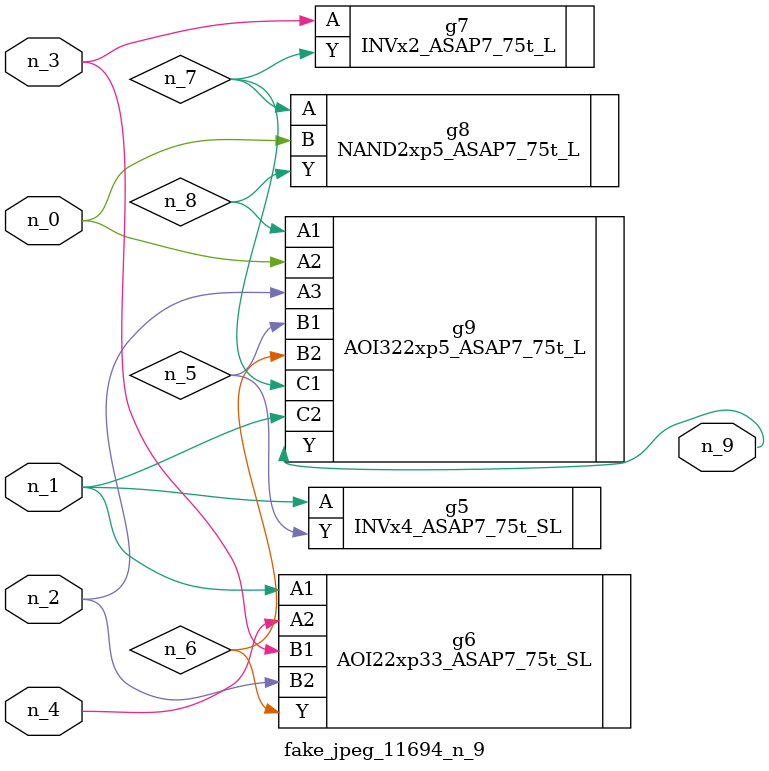
<source format=v>
module fake_jpeg_11694_n_9 (n_3, n_2, n_1, n_0, n_4, n_9);

input n_3;
input n_2;
input n_1;
input n_0;
input n_4;

output n_9;

wire n_8;
wire n_6;
wire n_5;
wire n_7;

INVx4_ASAP7_75t_SL g5 ( 
.A(n_1),
.Y(n_5)
);

AOI22xp33_ASAP7_75t_SL g6 ( 
.A1(n_1),
.A2(n_4),
.B1(n_3),
.B2(n_2),
.Y(n_6)
);

INVx2_ASAP7_75t_L g7 ( 
.A(n_3),
.Y(n_7)
);

NAND2xp5_ASAP7_75t_L g8 ( 
.A(n_7),
.B(n_0),
.Y(n_8)
);

AOI322xp5_ASAP7_75t_L g9 ( 
.A1(n_8),
.A2(n_0),
.A3(n_2),
.B1(n_5),
.B2(n_6),
.C1(n_7),
.C2(n_1),
.Y(n_9)
);


endmodule
</source>
